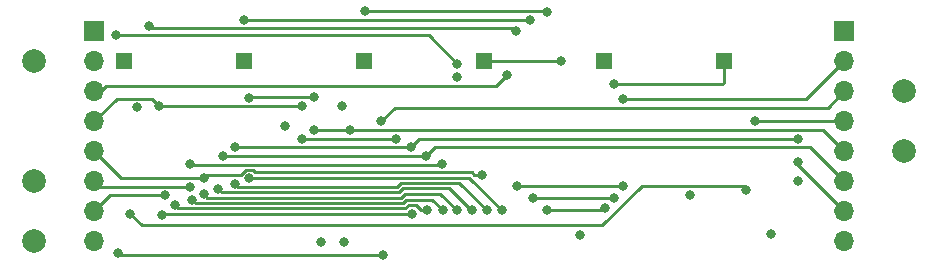
<source format=gbl>
G04 #@! TF.GenerationSoftware,KiCad,Pcbnew,6.0.8-f2edbf62ab~116~ubuntu20.04.1*
G04 #@! TF.CreationDate,2022-10-06T15:54:13+01:00*
G04 #@! TF.ProjectId,slrm,736c726d-2e6b-4696-9361-645f70636258,rev?*
G04 #@! TF.SameCoordinates,Original*
G04 #@! TF.FileFunction,Copper,L4,Bot*
G04 #@! TF.FilePolarity,Positive*
%FSLAX46Y46*%
G04 Gerber Fmt 4.6, Leading zero omitted, Abs format (unit mm)*
G04 Created by KiCad (PCBNEW 6.0.8-f2edbf62ab~116~ubuntu20.04.1) date 2022-10-06 15:54:13*
%MOMM*%
%LPD*%
G01*
G04 APERTURE LIST*
G04 #@! TA.AperFunction,ComponentPad*
%ADD10C,2.000000*%
G04 #@! TD*
G04 #@! TA.AperFunction,ComponentPad*
%ADD11R,1.350000X1.350000*%
G04 #@! TD*
G04 #@! TA.AperFunction,ComponentPad*
%ADD12R,1.700000X1.700000*%
G04 #@! TD*
G04 #@! TA.AperFunction,ComponentPad*
%ADD13O,1.700000X1.700000*%
G04 #@! TD*
G04 #@! TA.AperFunction,ViaPad*
%ADD14C,0.800000*%
G04 #@! TD*
G04 #@! TA.AperFunction,Conductor*
%ADD15C,0.250000*%
G04 #@! TD*
G04 APERTURE END LIST*
D10*
G04 #@! TO.P,GND,1*
G04 #@! TO.N,GND*
X114300000Y-99060000D03*
G04 #@! TD*
G04 #@! TO.P,RAS,1*
G04 #@! TO.N,ZX_RAS*
X187960000Y-96520000D03*
G04 #@! TD*
G04 #@! TO.P,WR,1*
G04 #@! TO.N,ZX_WRITE*
X187960000Y-91440000D03*
G04 #@! TD*
G04 #@! TO.P,+5V,1*
G04 #@! TO.N,+5V*
X114300000Y-104140000D03*
G04 #@! TD*
G04 #@! TO.P,CAS,1*
G04 #@! TO.N,ZX_CAS*
X114300000Y-88900000D03*
G04 #@! TD*
D11*
G04 #@! TO.P,D6,1,Pin_1*
G04 #@! TO.N,ZX_D6*
X121920000Y-88900000D03*
G04 #@! TD*
G04 #@! TO.P,D2,1,Pin_1*
G04 #@! TO.N,ZX_D2*
X162560000Y-88900000D03*
G04 #@! TD*
G04 #@! TO.P,D4,1,Pin_1*
G04 #@! TO.N,ZX_D4*
X142240000Y-88900000D03*
G04 #@! TD*
D12*
G04 #@! TO.P,J1,1,Pin_1*
G04 #@! TO.N,GND*
X119380000Y-86360000D03*
D13*
G04 #@! TO.P,J1,2,Pin_2*
G04 #@! TO.N,ZX_CAS*
X119380000Y-88900000D03*
G04 #@! TO.P,J1,3,Pin_3*
G04 #@! TO.N,ZX_D7*
X119380000Y-91440000D03*
G04 #@! TO.P,J1,4,Pin_4*
G04 #@! TO.N,ZX_A6*
X119380000Y-93980000D03*
G04 #@! TO.P,J1,5,Pin_5*
G04 #@! TO.N,ZX_A3*
X119380000Y-96520000D03*
G04 #@! TO.P,J1,6,Pin_6*
G04 #@! TO.N,ZX_A4*
X119380000Y-99060000D03*
G04 #@! TO.P,J1,7,Pin_7*
G04 #@! TO.N,ZX_A5*
X119380000Y-101600000D03*
G04 #@! TO.P,J1,8,Pin_8*
G04 #@! TO.N,+5V*
X119380000Y-104140000D03*
G04 #@! TD*
D12*
G04 #@! TO.P,J8,1,Pin_1*
G04 #@! TO.N,unconnected-(J8-Pad1)*
X182880000Y-86360000D03*
D13*
G04 #@! TO.P,J8,2,Pin_2*
G04 #@! TO.N,ZX_D0*
X182880000Y-88900000D03*
G04 #@! TO.P,J8,3,Pin_3*
G04 #@! TO.N,ZX_WRITE*
X182880000Y-91440000D03*
G04 #@! TO.P,J8,4,Pin_4*
G04 #@! TO.N,ZX_RAS*
X182880000Y-93980000D03*
G04 #@! TO.P,J8,5,Pin_5*
G04 #@! TO.N,ZX_A0*
X182880000Y-96520000D03*
G04 #@! TO.P,J8,6,Pin_6*
G04 #@! TO.N,ZX_A2*
X182880000Y-99060000D03*
G04 #@! TO.P,J8,7,Pin_7*
G04 #@! TO.N,ZX_A1*
X182880000Y-101600000D03*
G04 #@! TO.P,J8,8,Pin_8*
G04 #@! TO.N,unconnected-(J8-Pad8)*
X182880000Y-104140000D03*
G04 #@! TD*
D11*
G04 #@! TO.P,D5,1,Pin_1*
G04 #@! TO.N,ZX_D5*
X132080000Y-88900000D03*
G04 #@! TD*
G04 #@! TO.P,D1,1,Pin_1*
G04 #@! TO.N,ZX_D1*
X172720000Y-88900000D03*
G04 #@! TD*
G04 #@! TO.P,D3,1,Pin_1*
G04 #@! TO.N,ZX_D3*
X152400000Y-88900000D03*
G04 #@! TD*
D14*
G04 #@! TO.N,+5V*
X138585685Y-104205946D03*
X176700000Y-103500000D03*
X140350000Y-92650000D03*
G04 #@! TO.N,GND*
X135500000Y-94400000D03*
X179000000Y-99000000D03*
X150100000Y-90200000D03*
X140500000Y-104200000D03*
X123000000Y-92800000D03*
X169800000Y-100200000D03*
X160500000Y-103600000D03*
G04 #@! TO.N,ZX_CAS*
X150100000Y-89100000D03*
X121195500Y-86700000D03*
G04 #@! TO.N,ZX_D7*
X154300000Y-90100000D03*
G04 #@! TO.N,ZX_A6*
X137000000Y-95451000D03*
X144900000Y-95451000D03*
X137000000Y-92700000D03*
X124900000Y-92700000D03*
G04 #@! TO.N,ZX_A3*
X128700000Y-98800000D03*
X152200000Y-98500000D03*
G04 #@! TO.N,ZX_A4*
X127500000Y-97600000D03*
X148800000Y-97575500D03*
X127500000Y-99524500D03*
G04 #@! TO.N,ZX_A5*
X121400000Y-105100000D03*
X125345059Y-100249000D03*
X143800000Y-105300000D03*
G04 #@! TO.N,ZX_D6*
X155100000Y-86300000D03*
X124000000Y-85900000D03*
G04 #@! TO.N,ZX_D5*
X156300000Y-85400000D03*
X132100000Y-85375500D03*
G04 #@! TO.N,ZX_D4*
X157700000Y-84700000D03*
X142300000Y-84675500D03*
G04 #@! TO.N,ZX_D3*
X158900000Y-88900000D03*
G04 #@! TO.N,ZX_D2*
X162600000Y-101300000D03*
X157700000Y-101500000D03*
G04 #@! TO.N,ZX_D1*
X163400000Y-90800000D03*
X156500000Y-100500000D03*
X163400000Y-100500000D03*
G04 #@! TO.N,ZX_D0*
X155200000Y-99500000D03*
X164124500Y-99500000D03*
X164124500Y-92100000D03*
G04 #@! TO.N,ZX_WRITE*
X143700000Y-94000000D03*
G04 #@! TO.N,ZX_RAS*
X175300000Y-94000000D03*
G04 #@! TO.N,ZX_A0*
X138000000Y-91900000D03*
X138000000Y-94726500D03*
X132500000Y-91975500D03*
X141000000Y-94726500D03*
G04 #@! TO.N,ZX_A2*
X130300000Y-96900000D03*
X147500000Y-96925500D03*
G04 #@! TO.N,ZX_A1*
X131300000Y-96175500D03*
X146200000Y-96175500D03*
X179000000Y-97400000D03*
X179000000Y-95450500D03*
G04 #@! TO.N,RAS_INV*
X174600000Y-99800000D03*
X122400000Y-101800000D03*
G04 #@! TO.N,RAS_A6*
X146300000Y-101800000D03*
X125100000Y-101900000D03*
G04 #@! TO.N,RAS_A5*
X126200000Y-101075500D03*
X147600000Y-101500000D03*
G04 #@! TO.N,RAS_A4*
X148900000Y-101500000D03*
X127700000Y-100625500D03*
G04 #@! TO.N,RAS_A3*
X150100000Y-101500000D03*
X128700000Y-100175500D03*
G04 #@! TO.N,RAS_A2*
X129900000Y-99725500D03*
X151400000Y-101500000D03*
G04 #@! TO.N,RAS_A1*
X152600000Y-101500000D03*
X131300000Y-99275500D03*
G04 #@! TO.N,RAS_A0*
X153900000Y-101500000D03*
X132500000Y-98825500D03*
G04 #@! TD*
D15*
G04 #@! TO.N,ZX_D7*
X119380000Y-91440000D02*
X119960000Y-91440000D01*
X119960000Y-91440000D02*
X120400000Y-91000000D01*
G04 #@! TO.N,RAS_INV*
X162400000Y-102800000D02*
X165725000Y-99475000D01*
X123400000Y-102800000D02*
X162400000Y-102800000D01*
G04 #@! TO.N,ZX_CAS*
X147700000Y-86700000D02*
X150100000Y-89100000D01*
X121195500Y-86700000D02*
X147700000Y-86700000D01*
G04 #@! TO.N,ZX_D7*
X154300000Y-90100000D02*
X153400000Y-91000000D01*
X153400000Y-91000000D02*
X120400000Y-91000000D01*
G04 #@! TO.N,ZX_A6*
X137000000Y-92700000D02*
X124900000Y-92700000D01*
X124900000Y-92700000D02*
X124275000Y-92075000D01*
X144900000Y-95451000D02*
X137000000Y-95451000D01*
X121285000Y-92075000D02*
X119380000Y-93980000D01*
X124275000Y-92075000D02*
X121285000Y-92075000D01*
G04 #@! TO.N,ZX_A3*
X132199695Y-98100500D02*
X132800305Y-98100500D01*
X132800305Y-98100500D02*
X132999805Y-98300000D01*
X128700000Y-98800000D02*
X129000000Y-98500000D01*
X151536396Y-98500000D02*
X152200000Y-98500000D01*
X132999805Y-98300000D02*
X151336396Y-98300000D01*
X128700000Y-98800000D02*
X121660000Y-98800000D01*
X129000000Y-98500000D02*
X131800195Y-98500000D01*
X121660000Y-98800000D02*
X119380000Y-96520000D01*
X151336396Y-98300000D02*
X151536396Y-98500000D01*
X131800195Y-98500000D02*
X132199695Y-98100500D01*
G04 #@! TO.N,ZX_A4*
X119844500Y-99524500D02*
X119380000Y-99060000D01*
X148725500Y-97650000D02*
X148800000Y-97575500D01*
X127500000Y-99524500D02*
X119844500Y-99524500D01*
X127500000Y-97600000D02*
X127550000Y-97650000D01*
X127550000Y-97650000D02*
X148725500Y-97650000D01*
G04 #@! TO.N,ZX_A5*
X120731000Y-100249000D02*
X119380000Y-101600000D01*
X121600000Y-105300000D02*
X121400000Y-105100000D01*
X125345059Y-100249000D02*
X120731000Y-100249000D01*
X143800000Y-105300000D02*
X121600000Y-105300000D01*
G04 #@! TO.N,ZX_D6*
X124200000Y-86100000D02*
X154900000Y-86100000D01*
X124000000Y-85900000D02*
X124200000Y-86100000D01*
X154900000Y-86100000D02*
X155100000Y-86300000D01*
G04 #@! TO.N,ZX_D5*
X132100000Y-85375500D02*
X132124500Y-85400000D01*
X132124500Y-85400000D02*
X156300000Y-85400000D01*
G04 #@! TO.N,ZX_D4*
X142300500Y-84675000D02*
X142300000Y-84675500D01*
X157700000Y-84700000D02*
X157675000Y-84675000D01*
X157675000Y-84675000D02*
X142300500Y-84675000D01*
G04 #@! TO.N,ZX_D3*
X158900000Y-88900000D02*
X152400000Y-88900000D01*
G04 #@! TO.N,ZX_D2*
X162400000Y-101500000D02*
X162600000Y-101300000D01*
X157700000Y-101500000D02*
X162400000Y-101500000D01*
G04 #@! TO.N,ZX_D1*
X172720000Y-88900000D02*
X172720000Y-90680000D01*
X156500000Y-100500000D02*
X163400000Y-100500000D01*
X172600000Y-90800000D02*
X163400000Y-90800000D01*
X172720000Y-90680000D02*
X172600000Y-90800000D01*
G04 #@! TO.N,ZX_D0*
X155200000Y-99500000D02*
X164124500Y-99500000D01*
X164124500Y-92100000D02*
X179680000Y-92100000D01*
X182880000Y-88900000D02*
X179680000Y-92100000D01*
G04 #@! TO.N,ZX_WRITE*
X182880000Y-91440000D02*
X181495000Y-92825000D01*
X144875000Y-92825000D02*
X143700000Y-94000000D01*
X181495000Y-92825000D02*
X144875000Y-92825000D01*
G04 #@! TO.N,ZX_RAS*
X175320000Y-93980000D02*
X175300000Y-94000000D01*
X182880000Y-93980000D02*
X175320000Y-93980000D01*
G04 #@! TO.N,ZX_A0*
X132575500Y-91900000D02*
X132500000Y-91975500D01*
X182880000Y-96520000D02*
X181086000Y-94726000D01*
X141000500Y-94726000D02*
X141000000Y-94726500D01*
X138000000Y-91900000D02*
X132575500Y-91900000D01*
X181086000Y-94726000D02*
X141000500Y-94726000D01*
X141000000Y-94726500D02*
X138000000Y-94726500D01*
G04 #@! TO.N,ZX_A2*
X148225500Y-96200000D02*
X147500000Y-96925500D01*
X180020000Y-96200000D02*
X148225500Y-96200000D01*
X147474500Y-96900000D02*
X130300000Y-96900000D01*
X147500000Y-96925500D02*
X147474500Y-96900000D01*
X182880000Y-99060000D02*
X180020000Y-96200000D01*
G04 #@! TO.N,ZX_A1*
X146925000Y-95450500D02*
X146200000Y-96175500D01*
X146200000Y-96175500D02*
X131300000Y-96175500D01*
X179000000Y-95450500D02*
X146925000Y-95450500D01*
X182880000Y-101600000D02*
X179000000Y-97720000D01*
X179000000Y-97720000D02*
X179000000Y-97400000D01*
G04 #@! TO.N,RAS_INV*
X174600000Y-99800000D02*
X174275000Y-99475000D01*
X174275000Y-99475000D02*
X165725000Y-99475000D01*
X123400000Y-102800000D02*
X122400000Y-101800000D01*
G04 #@! TO.N,RAS_A6*
X125100000Y-101900000D02*
X125200000Y-101800000D01*
X125200000Y-101800000D02*
X146300000Y-101800000D01*
G04 #@! TO.N,RAS_A5*
X145999695Y-101075000D02*
X145724695Y-101350000D01*
X145724695Y-101350000D02*
X126474500Y-101350000D01*
X147025000Y-101500000D02*
X147025000Y-101499695D01*
X146600305Y-101075000D02*
X145999695Y-101075000D01*
X126474500Y-101350000D02*
X126200000Y-101075500D01*
X147025000Y-101499695D02*
X146600305Y-101075000D01*
X147600000Y-101500000D02*
X147025000Y-101500000D01*
G04 #@! TO.N,RAS_A4*
X127974500Y-100900000D02*
X127700000Y-100625500D01*
X145813299Y-100625000D02*
X145538299Y-100900000D01*
X145538299Y-100900000D02*
X127974500Y-100900000D01*
X148900000Y-101500000D02*
X148025000Y-100625000D01*
X148025000Y-100625000D02*
X145813299Y-100625000D01*
G04 #@! TO.N,RAS_A3*
X145351903Y-100450000D02*
X128974500Y-100450000D01*
X145701903Y-100100000D02*
X145351903Y-100450000D01*
X148700000Y-100100000D02*
X145701903Y-100100000D01*
X150100000Y-101500000D02*
X148700000Y-100100000D01*
X128974500Y-100450000D02*
X128700000Y-100175500D01*
G04 #@! TO.N,RAS_A2*
X129900000Y-99725500D02*
X130174500Y-100000000D01*
X130174500Y-100000000D02*
X145165507Y-100000000D01*
X149450000Y-99650000D02*
X151300000Y-101500000D01*
X151300000Y-101500000D02*
X151400000Y-101500000D01*
X145515507Y-99650000D02*
X149450000Y-99650000D01*
X145165507Y-100000000D02*
X145515507Y-99650000D01*
G04 #@! TO.N,RAS_A1*
X144979111Y-99550000D02*
X145329111Y-99200000D01*
X131574500Y-99550000D02*
X144979111Y-99550000D01*
X131300000Y-99275500D02*
X131574500Y-99550000D01*
X150300000Y-99200000D02*
X152600000Y-101500000D01*
X145329111Y-99200000D02*
X150300000Y-99200000D01*
G04 #@! TO.N,RAS_A0*
X151150000Y-98750000D02*
X153900000Y-101500000D01*
X132575500Y-98750000D02*
X151150000Y-98750000D01*
X132500000Y-98825500D02*
X132575500Y-98750000D01*
G04 #@! TD*
M02*

</source>
